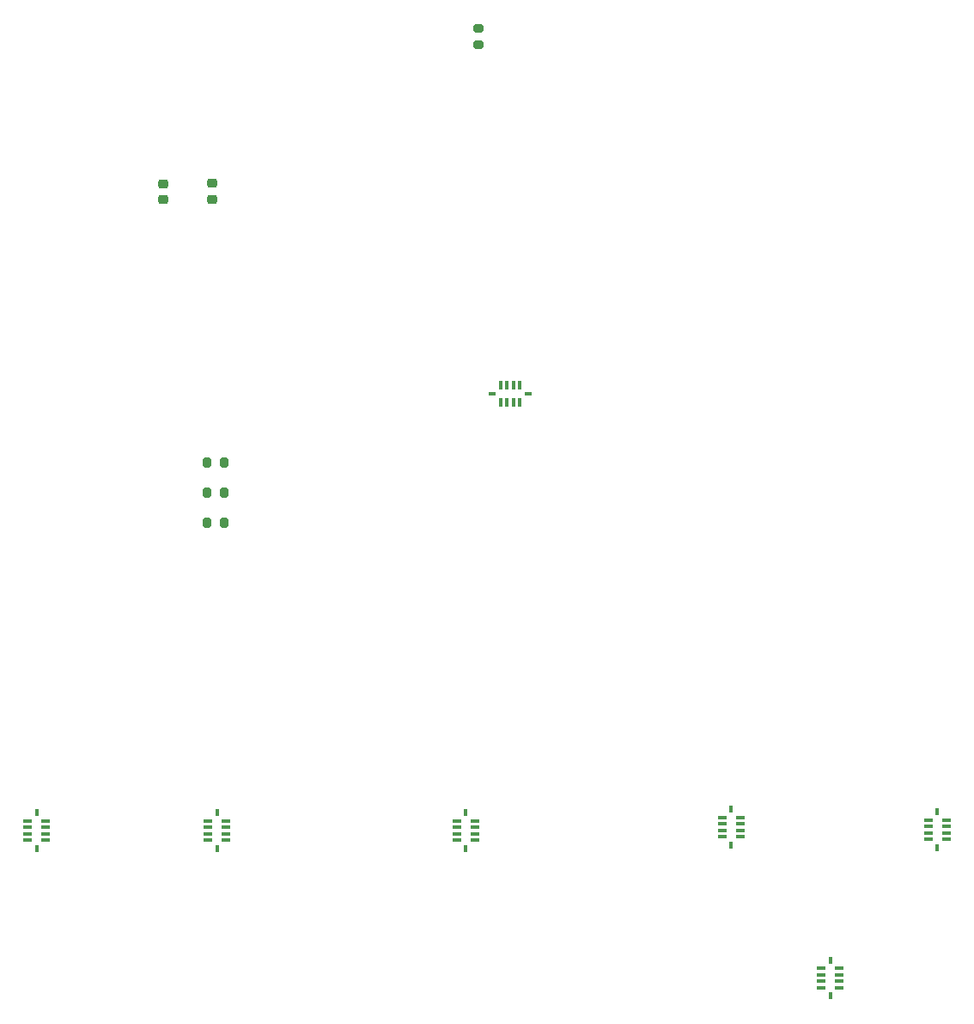
<source format=gbr>
%TF.GenerationSoftware,KiCad,Pcbnew,7.0.10*%
%TF.CreationDate,2024-03-05T20:32:04+01:00*%
%TF.ProjectId,z80,7a38302e-6b69-4636-9164-5f7063625858,1.0*%
%TF.SameCoordinates,Original*%
%TF.FileFunction,Paste,Bot*%
%TF.FilePolarity,Positive*%
%FSLAX46Y46*%
G04 Gerber Fmt 4.6, Leading zero omitted, Abs format (unit mm)*
G04 Created by KiCad (PCBNEW 7.0.10) date 2024-03-05 20:32:04*
%MOMM*%
%LPD*%
G01*
G04 APERTURE LIST*
G04 Aperture macros list*
%AMRoundRect*
0 Rectangle with rounded corners*
0 $1 Rounding radius*
0 $2 $3 $4 $5 $6 $7 $8 $9 X,Y pos of 4 corners*
0 Add a 4 corners polygon primitive as box body*
4,1,4,$2,$3,$4,$5,$6,$7,$8,$9,$2,$3,0*
0 Add four circle primitives for the rounded corners*
1,1,$1+$1,$2,$3*
1,1,$1+$1,$4,$5*
1,1,$1+$1,$6,$7*
1,1,$1+$1,$8,$9*
0 Add four rect primitives between the rounded corners*
20,1,$1+$1,$2,$3,$4,$5,0*
20,1,$1+$1,$4,$5,$6,$7,0*
20,1,$1+$1,$6,$7,$8,$9,0*
20,1,$1+$1,$8,$9,$2,$3,0*%
G04 Aperture macros list end*
%ADD10R,0.458800X0.735600*%
%ADD11R,0.888000X0.306400*%
%ADD12RoundRect,0.200000X-0.200000X-0.275000X0.200000X-0.275000X0.200000X0.275000X-0.200000X0.275000X0*%
%ADD13RoundRect,0.225000X0.250000X-0.225000X0.250000X0.225000X-0.250000X0.225000X-0.250000X-0.225000X0*%
%ADD14R,0.735600X0.458800*%
%ADD15R,0.306400X0.888000*%
%ADD16RoundRect,0.200000X0.275000X-0.200000X0.275000X0.200000X-0.275000X0.200000X-0.275000X-0.200000X0*%
G04 APERTURE END LIST*
D10*
%TO.C,RN7*%
X182880000Y-116478401D03*
X182880000Y-119995599D03*
D11*
X183762299Y-117284500D03*
X183762299Y-117919500D03*
X183762299Y-118554500D03*
X183762299Y-119189500D03*
X181997701Y-119189500D03*
X181997701Y-118554500D03*
X181997701Y-117919500D03*
X181997701Y-117284500D03*
%TD*%
D10*
%TO.C,RN3*%
X136398000Y-120097099D03*
X136398000Y-116579901D03*
D11*
X135515701Y-119291000D03*
X135515701Y-118656000D03*
X135515701Y-118021000D03*
X135515701Y-117386000D03*
X137280299Y-117386000D03*
X137280299Y-118021000D03*
X137280299Y-118656000D03*
X137280299Y-119291000D03*
%TD*%
D10*
%TO.C,RN5*%
X111893701Y-116541901D03*
X111893701Y-120059099D03*
D11*
X112776000Y-117348000D03*
X112776000Y-117983000D03*
X112776000Y-118618000D03*
X112776000Y-119253000D03*
X111011402Y-119253000D03*
X111011402Y-118618000D03*
X111011402Y-117983000D03*
X111011402Y-117348000D03*
%TD*%
D12*
%TO.C,R14*%
X110935000Y-88043327D03*
X112585000Y-88043327D03*
%TD*%
D13*
%TO.C,C10*%
X106553000Y-56160000D03*
X106553000Y-54610000D03*
%TD*%
D12*
%TO.C,R10*%
X110935000Y-85043327D03*
X112585000Y-85043327D03*
%TD*%
%TO.C,R3*%
X110908500Y-82041000D03*
X112558500Y-82041000D03*
%TD*%
D10*
%TO.C,RN8*%
X172339000Y-134600599D03*
X172339000Y-131083401D03*
D11*
X171456701Y-133794500D03*
X171456701Y-133159500D03*
X171456701Y-132524500D03*
X171456701Y-131889500D03*
X173221299Y-131889500D03*
X173221299Y-132524500D03*
X173221299Y-133159500D03*
X173221299Y-133794500D03*
%TD*%
D14*
%TO.C,RN2*%
X139020901Y-75304299D03*
X142538099Y-75304299D03*
D15*
X139827000Y-74422000D03*
X140462000Y-74422000D03*
X141097000Y-74422000D03*
X141732000Y-74422000D03*
X141732000Y-76186598D03*
X141097000Y-76186598D03*
X140462000Y-76186598D03*
X139827000Y-76186598D03*
%TD*%
D16*
%TO.C,R20*%
X137668000Y-40957000D03*
X137668000Y-39307000D03*
%TD*%
D10*
%TO.C,RN6*%
X162560000Y-119741599D03*
X162560000Y-116224401D03*
D11*
X161677701Y-118935500D03*
X161677701Y-118300500D03*
X161677701Y-117665500D03*
X161677701Y-117030500D03*
X163442299Y-117030500D03*
X163442299Y-117665500D03*
X163442299Y-118300500D03*
X163442299Y-118935500D03*
%TD*%
D13*
%TO.C,C9*%
X111379000Y-56147000D03*
X111379000Y-54597000D03*
%TD*%
D10*
%TO.C,RN4*%
X94107000Y-116579901D03*
X94107000Y-120097099D03*
D11*
X94989299Y-117386000D03*
X94989299Y-118021000D03*
X94989299Y-118656000D03*
X94989299Y-119291000D03*
X93224701Y-119291000D03*
X93224701Y-118656000D03*
X93224701Y-118021000D03*
X93224701Y-117386000D03*
%TD*%
M02*

</source>
